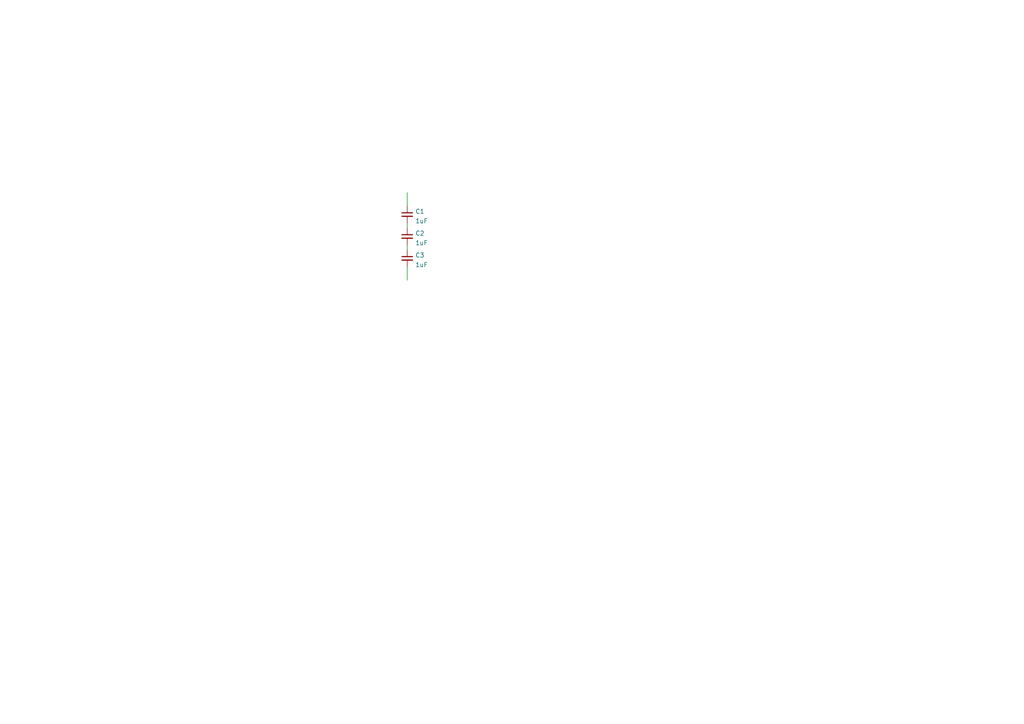
<source format=kicad_sch>
(kicad_sch (version 20211123) (generator eeschema)

  (uuid bbfddde2-4f75-44b8-ade5-03768c83e2be)

  (paper "A4")

  (lib_symbols
    (symbol "Device:C_Small" (pin_numbers hide) (pin_names (offset 0.254) hide) (in_bom yes) (on_board yes)
      (property "Reference" "C" (id 0) (at 0.254 1.778 0)
        (effects (font (size 1.27 1.27)) (justify left))
      )
      (property "Value" "C_Small" (id 1) (at 0.254 -2.032 0)
        (effects (font (size 1.27 1.27)) (justify left))
      )
      (property "Footprint" "" (id 2) (at 0 0 0)
        (effects (font (size 1.27 1.27)) hide)
      )
      (property "Datasheet" "~" (id 3) (at 0 0 0)
        (effects (font (size 1.27 1.27)) hide)
      )
      (property "ki_keywords" "capacitor cap" (id 4) (at 0 0 0)
        (effects (font (size 1.27 1.27)) hide)
      )
      (property "ki_description" "Unpolarized capacitor, small symbol" (id 5) (at 0 0 0)
        (effects (font (size 1.27 1.27)) hide)
      )
      (property "ki_fp_filters" "C_*" (id 6) (at 0 0 0)
        (effects (font (size 1.27 1.27)) hide)
      )
      (symbol "C_Small_0_1"
        (polyline
          (pts
            (xy -1.524 -0.508)
            (xy 1.524 -0.508)
          )
          (stroke (width 0.3302) (type default) (color 0 0 0 0))
          (fill (type none))
        )
        (polyline
          (pts
            (xy -1.524 0.508)
            (xy 1.524 0.508)
          )
          (stroke (width 0.3048) (type default) (color 0 0 0 0))
          (fill (type none))
        )
      )
      (symbol "C_Small_1_1"
        (pin passive line (at 0 2.54 270) (length 2.032)
          (name "~" (effects (font (size 1.27 1.27))))
          (number "1" (effects (font (size 1.27 1.27))))
        )
        (pin passive line (at 0 -2.54 90) (length 2.032)
          (name "~" (effects (font (size 1.27 1.27))))
          (number "2" (effects (font (size 1.27 1.27))))
        )
      )
    )
  )


  (wire (pts (xy 118.11 64.77) (xy 118.11 66.04))
    (stroke (width 0) (type default) (color 0 0 0 0))
    (uuid 0f9bc69c-5153-414e-8be6-f4dd1c139520)
  )
  (wire (pts (xy 118.11 71.12) (xy 118.11 72.39))
    (stroke (width 0) (type default) (color 0 0 0 0))
    (uuid 9e179446-9863-4cc8-a0d5-4367254f4d3e)
  )
  (wire (pts (xy 118.11 55.88) (xy 118.11 59.69))
    (stroke (width 0) (type default) (color 0 0 0 0))
    (uuid b4261cd2-b8a3-4875-8b0b-b7ef995262d8)
  )
  (wire (pts (xy 118.11 77.47) (xy 118.11 81.28))
    (stroke (width 0) (type default) (color 0 0 0 0))
    (uuid fee41e9d-a901-4a3f-adca-d0ec2ffda32f)
  )

  (symbol (lib_id "Device:C_Small") (at 118.11 62.23 0) (unit 1)
    (in_bom yes) (on_board yes) (fields_autoplaced)
    (uuid 48afce0f-7e1f-46c0-880f-a4a63c1d9a1e)
    (property "Reference" "C1" (id 0) (at 120.4341 61.3278 0)
      (effects (font (size 1.27 1.27)) (justify left))
    )
    (property "Value" "1uF" (id 1) (at 120.4341 64.1029 0)
      (effects (font (size 1.27 1.27)) (justify left))
    )
    (property "Footprint" "" (id 2) (at 118.11 62.23 0)
      (effects (font (size 1.27 1.27)) hide)
    )
    (property "Datasheet" "~" (id 3) (at 118.11 62.23 0)
      (effects (font (size 1.27 1.27)) hide)
    )
    (pin "1" (uuid 988d004e-6d3b-4d9f-b5bb-c18fbea55227))
    (pin "2" (uuid 4c6b75d6-b445-4470-9819-eb07600a9c92))
  )

  (symbol (lib_id "Device:C_Small") (at 118.11 68.58 0) (unit 1)
    (in_bom yes) (on_board yes) (fields_autoplaced)
    (uuid dd640ee8-1afc-40b9-a9aa-7bcc0f97b953)
    (property "Reference" "C2" (id 0) (at 120.4341 67.6778 0)
      (effects (font (size 1.27 1.27)) (justify left))
    )
    (property "Value" "1uF" (id 1) (at 120.4341 70.4529 0)
      (effects (font (size 1.27 1.27)) (justify left))
    )
    (property "Footprint" "" (id 2) (at 118.11 68.58 0)
      (effects (font (size 1.27 1.27)) hide)
    )
    (property "Datasheet" "~" (id 3) (at 118.11 68.58 0)
      (effects (font (size 1.27 1.27)) hide)
    )
    (pin "1" (uuid f980636c-796b-47ce-8d2e-4767f413d5c9))
    (pin "2" (uuid 3951349e-ff12-4f26-9869-a9d4e7498a4a))
  )

  (symbol (lib_id "Device:C_Small") (at 118.11 74.93 0) (unit 1)
    (in_bom yes) (on_board yes) (fields_autoplaced)
    (uuid f6876d8f-308b-410f-affb-0d87dded2ba0)
    (property "Reference" "C3" (id 0) (at 120.4341 74.0278 0)
      (effects (font (size 1.27 1.27)) (justify left))
    )
    (property "Value" "1uF" (id 1) (at 120.4341 76.8029 0)
      (effects (font (size 1.27 1.27)) (justify left))
    )
    (property "Footprint" "" (id 2) (at 118.11 74.93 0)
      (effects (font (size 1.27 1.27)) hide)
    )
    (property "Datasheet" "~" (id 3) (at 118.11 74.93 0)
      (effects (font (size 1.27 1.27)) hide)
    )
    (pin "1" (uuid 1013dd88-bf1f-4595-8b4b-6c4b164e08b2))
    (pin "2" (uuid 01931d43-32cb-4524-a977-80c7fd358050))
  )

  (sheet_instances
    (path "/" (page "1"))
  )

  (symbol_instances
    (path "/48afce0f-7e1f-46c0-880f-a4a63c1d9a1e"
      (reference "C1") (unit 1) (value "1uF") (footprint "")
    )
    (path "/dd640ee8-1afc-40b9-a9aa-7bcc0f97b953"
      (reference "C2") (unit 1) (value "1uF") (footprint "")
    )
    (path "/f6876d8f-308b-410f-affb-0d87dded2ba0"
      (reference "C3") (unit 1) (value "1uF") (footprint "")
    )
  )
)

</source>
